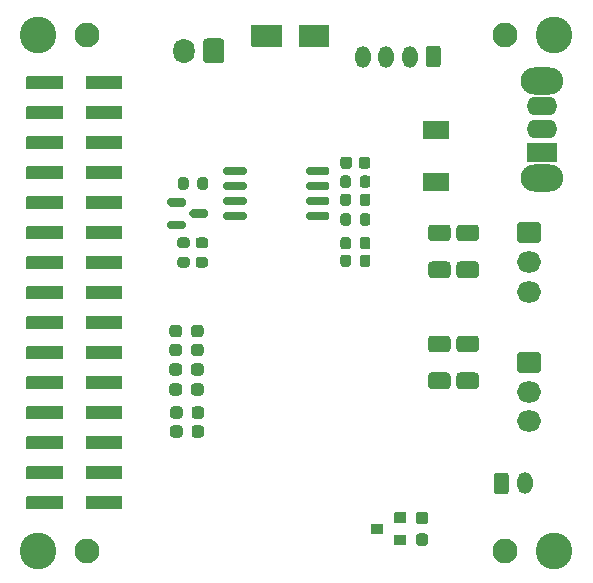
<source format=gts>
G04 #@! TF.GenerationSoftware,KiCad,Pcbnew,7.0.7-7.0.7~ubuntu23.04.1*
G04 #@! TF.CreationDate,2023-09-19T04:43:27+00:00*
G04 #@! TF.ProjectId,m5-pantilt,6d352d70-616e-4746-996c-742e6b696361,1*
G04 #@! TF.SameCoordinates,Original*
G04 #@! TF.FileFunction,Soldermask,Top*
G04 #@! TF.FilePolarity,Negative*
%FSLAX46Y46*%
G04 Gerber Fmt 4.6, Leading zero omitted, Abs format (unit mm)*
G04 Created by KiCad (PCBNEW 7.0.7-7.0.7~ubuntu23.04.1) date 2023-09-19 04:43:27*
%MOMM*%
%LPD*%
G01*
G04 APERTURE LIST*
%ADD10C,2.102000*%
%ADD11C,3.102000*%
%ADD12O,1.302000X1.852000*%
%ADD13O,1.802000X2.102000*%
%ADD14O,3.602000X2.302000*%
%ADD15O,2.602000X1.602000*%
%ADD16O,2.052000X1.802000*%
G04 APERTURE END LIST*
D10*
X107300000Y-96850000D03*
D11*
X103150000Y-96850000D03*
D10*
X142700000Y-96850000D03*
D11*
X146850000Y-96850000D03*
D10*
X142700000Y-53150000D03*
D11*
X146850000Y-53150000D03*
D10*
X107300000Y-53150000D03*
D11*
X103150000Y-53150000D03*
G36*
G01*
X137251000Y-54375000D02*
X137251000Y-55625000D01*
G75*
G02*
X136950000Y-55926000I-301000J0D01*
G01*
X136250000Y-55926000D01*
G75*
G02*
X135949000Y-55625000I0J301000D01*
G01*
X135949000Y-54375000D01*
G75*
G02*
X136250000Y-54074000I301000J0D01*
G01*
X136950000Y-54074000D01*
G75*
G02*
X137251000Y-54375000I0J-301000D01*
G01*
G37*
D12*
X134600000Y-55000000D03*
X132600000Y-55000000D03*
X130600000Y-55000000D03*
G36*
G01*
X141699000Y-91775000D02*
X141699000Y-90525000D01*
G75*
G02*
X142000000Y-90224000I301000J0D01*
G01*
X142700000Y-90224000D01*
G75*
G02*
X143001000Y-90525000I0J-301000D01*
G01*
X143001000Y-91775000D01*
G75*
G02*
X142700000Y-92076000I-301000J0D01*
G01*
X142000000Y-92076000D01*
G75*
G02*
X141699000Y-91775000I0J301000D01*
G01*
G37*
X144350000Y-91150000D03*
G36*
G01*
X117151000Y-81262500D02*
X117151000Y-81737500D01*
G75*
G02*
X116862500Y-82026000I-288500J0D01*
G01*
X116362500Y-82026000D01*
G75*
G02*
X116074000Y-81737500I0J288500D01*
G01*
X116074000Y-81262500D01*
G75*
G02*
X116362500Y-80974000I288500J0D01*
G01*
X116862500Y-80974000D01*
G75*
G02*
X117151000Y-81262500I0J-288500D01*
G01*
G37*
G36*
G01*
X115326000Y-81262500D02*
X115326000Y-81737500D01*
G75*
G02*
X115037500Y-82026000I-288500J0D01*
G01*
X114537500Y-82026000D01*
G75*
G02*
X114249000Y-81737500I0J288500D01*
G01*
X114249000Y-81262500D01*
G75*
G02*
X114537500Y-80974000I288500J0D01*
G01*
X115037500Y-80974000D01*
G75*
G02*
X115326000Y-81262500I0J-288500D01*
G01*
G37*
G36*
G01*
X117151000Y-82962500D02*
X117151000Y-83437500D01*
G75*
G02*
X116862500Y-83726000I-288500J0D01*
G01*
X116362500Y-83726000D01*
G75*
G02*
X116074000Y-83437500I0J288500D01*
G01*
X116074000Y-82962500D01*
G75*
G02*
X116362500Y-82674000I288500J0D01*
G01*
X116862500Y-82674000D01*
G75*
G02*
X117151000Y-82962500I0J-288500D01*
G01*
G37*
G36*
G01*
X115326000Y-82962500D02*
X115326000Y-83437500D01*
G75*
G02*
X115037500Y-83726000I-288500J0D01*
G01*
X114537500Y-83726000D01*
G75*
G02*
X114249000Y-83437500I0J288500D01*
G01*
X114249000Y-82962500D01*
G75*
G02*
X114537500Y-82674000I288500J0D01*
G01*
X115037500Y-82674000D01*
G75*
G02*
X115326000Y-82962500I0J-288500D01*
G01*
G37*
G36*
G01*
X118901000Y-53775000D02*
X118901000Y-55275000D01*
G75*
G02*
X118600000Y-55576000I-301000J0D01*
G01*
X117400000Y-55576000D01*
G75*
G02*
X117099000Y-55275000I0J301000D01*
G01*
X117099000Y-53775000D01*
G75*
G02*
X117400000Y-53474000I301000J0D01*
G01*
X118600000Y-53474000D01*
G75*
G02*
X118901000Y-53775000I0J-301000D01*
G01*
G37*
D13*
X115500000Y-54525000D03*
G36*
G01*
X140150000Y-73776000D02*
X138850000Y-73776000D01*
G75*
G02*
X138549000Y-73475000I0J301000D01*
G01*
X138549000Y-72650000D01*
G75*
G02*
X138850000Y-72349000I301000J0D01*
G01*
X140150000Y-72349000D01*
G75*
G02*
X140451000Y-72650000I0J-301000D01*
G01*
X140451000Y-73475000D01*
G75*
G02*
X140150000Y-73776000I-301000J0D01*
G01*
G37*
G36*
G01*
X140150000Y-70651000D02*
X138850000Y-70651000D01*
G75*
G02*
X138549000Y-70350000I0J301000D01*
G01*
X138549000Y-69525000D01*
G75*
G02*
X138850000Y-69224000I301000J0D01*
G01*
X140150000Y-69224000D01*
G75*
G02*
X140451000Y-69525000I0J-301000D01*
G01*
X140451000Y-70350000D01*
G75*
G02*
X140150000Y-70651000I-301000J0D01*
G01*
G37*
G36*
G01*
X136464000Y-69224000D02*
X137764000Y-69224000D01*
G75*
G02*
X138065000Y-69525000I0J-301000D01*
G01*
X138065000Y-70350000D01*
G75*
G02*
X137764000Y-70651000I-301000J0D01*
G01*
X136464000Y-70651000D01*
G75*
G02*
X136163000Y-70350000I0J301000D01*
G01*
X136163000Y-69525000D01*
G75*
G02*
X136464000Y-69224000I301000J0D01*
G01*
G37*
G36*
G01*
X136464000Y-72349000D02*
X137764000Y-72349000D01*
G75*
G02*
X138065000Y-72650000I0J-301000D01*
G01*
X138065000Y-73475000D01*
G75*
G02*
X137764000Y-73776000I-301000J0D01*
G01*
X136464000Y-73776000D01*
G75*
G02*
X136163000Y-73475000I0J301000D01*
G01*
X136163000Y-72650000D01*
G75*
G02*
X136464000Y-72349000I301000J0D01*
G01*
G37*
G36*
G01*
X136450000Y-78624000D02*
X137750000Y-78624000D01*
G75*
G02*
X138051000Y-78925000I0J-301000D01*
G01*
X138051000Y-79750000D01*
G75*
G02*
X137750000Y-80051000I-301000J0D01*
G01*
X136450000Y-80051000D01*
G75*
G02*
X136149000Y-79750000I0J301000D01*
G01*
X136149000Y-78925000D01*
G75*
G02*
X136450000Y-78624000I301000J0D01*
G01*
G37*
G36*
G01*
X136450000Y-81749000D02*
X137750000Y-81749000D01*
G75*
G02*
X138051000Y-82050000I0J-301000D01*
G01*
X138051000Y-82875000D01*
G75*
G02*
X137750000Y-83176000I-301000J0D01*
G01*
X136450000Y-83176000D01*
G75*
G02*
X136149000Y-82875000I0J301000D01*
G01*
X136149000Y-82050000D01*
G75*
G02*
X136450000Y-81749000I301000J0D01*
G01*
G37*
D14*
X145800000Y-65250000D03*
X145800000Y-57050000D03*
G36*
G01*
X147050000Y-63951000D02*
X144550000Y-63951000D01*
G75*
G02*
X144499000Y-63900000I0J51000D01*
G01*
X144499000Y-62400000D01*
G75*
G02*
X144550000Y-62349000I51000J0D01*
G01*
X147050000Y-62349000D01*
G75*
G02*
X147101000Y-62400000I0J-51000D01*
G01*
X147101000Y-63900000D01*
G75*
G02*
X147050000Y-63951000I-51000J0D01*
G01*
G37*
D15*
X145800000Y-61150000D03*
X145800000Y-59150000D03*
G36*
G01*
X134301000Y-95550000D02*
X134301000Y-96350000D01*
G75*
G02*
X134250000Y-96401000I-51000J0D01*
G01*
X133350000Y-96401000D01*
G75*
G02*
X133299000Y-96350000I0J51000D01*
G01*
X133299000Y-95550000D01*
G75*
G02*
X133350000Y-95499000I51000J0D01*
G01*
X134250000Y-95499000D01*
G75*
G02*
X134301000Y-95550000I0J-51000D01*
G01*
G37*
G36*
G01*
X134301000Y-93650000D02*
X134301000Y-94450000D01*
G75*
G02*
X134250000Y-94501000I-51000J0D01*
G01*
X133350000Y-94501000D01*
G75*
G02*
X133299000Y-94450000I0J51000D01*
G01*
X133299000Y-93650000D01*
G75*
G02*
X133350000Y-93599000I51000J0D01*
G01*
X134250000Y-93599000D01*
G75*
G02*
X134301000Y-93650000I0J-51000D01*
G01*
G37*
G36*
G01*
X132301000Y-94600000D02*
X132301000Y-95400000D01*
G75*
G02*
X132250000Y-95451000I-51000J0D01*
G01*
X131350000Y-95451000D01*
G75*
G02*
X131299000Y-95400000I0J51000D01*
G01*
X131299000Y-94600000D01*
G75*
G02*
X131350000Y-94549000I51000J0D01*
G01*
X132250000Y-94549000D01*
G75*
G02*
X132301000Y-94600000I0J-51000D01*
G01*
G37*
G36*
G01*
X135873700Y-96447200D02*
X135398700Y-96447200D01*
G75*
G02*
X135110200Y-96158700I0J288500D01*
G01*
X135110200Y-95658700D01*
G75*
G02*
X135398700Y-95370200I288500J0D01*
G01*
X135873700Y-95370200D01*
G75*
G02*
X136162200Y-95658700I0J-288500D01*
G01*
X136162200Y-96158700D01*
G75*
G02*
X135873700Y-96447200I-288500J0D01*
G01*
G37*
G36*
G01*
X135873700Y-94622200D02*
X135398700Y-94622200D01*
G75*
G02*
X135110200Y-94333700I0J288500D01*
G01*
X135110200Y-93833700D01*
G75*
G02*
X135398700Y-93545200I288500J0D01*
G01*
X135873700Y-93545200D01*
G75*
G02*
X136162200Y-93833700I0J-288500D01*
G01*
X136162200Y-94333700D01*
G75*
G02*
X135873700Y-94622200I-288500J0D01*
G01*
G37*
G36*
G01*
X117151000Y-78012500D02*
X117151000Y-78487500D01*
G75*
G02*
X116862500Y-78776000I-288500J0D01*
G01*
X116362500Y-78776000D01*
G75*
G02*
X116074000Y-78487500I0J288500D01*
G01*
X116074000Y-78012500D01*
G75*
G02*
X116362500Y-77724000I288500J0D01*
G01*
X116862500Y-77724000D01*
G75*
G02*
X117151000Y-78012500I0J-288500D01*
G01*
G37*
G36*
G01*
X115326000Y-78012500D02*
X115326000Y-78487500D01*
G75*
G02*
X115037500Y-78776000I-288500J0D01*
G01*
X114537500Y-78776000D01*
G75*
G02*
X114249000Y-78487500I0J288500D01*
G01*
X114249000Y-78012500D01*
G75*
G02*
X114537500Y-77724000I288500J0D01*
G01*
X115037500Y-77724000D01*
G75*
G02*
X115326000Y-78012500I0J-288500D01*
G01*
G37*
G36*
G01*
X117201000Y-84912500D02*
X117201000Y-85387500D01*
G75*
G02*
X116912500Y-85676000I-288500J0D01*
G01*
X116412500Y-85676000D01*
G75*
G02*
X116124000Y-85387500I0J288500D01*
G01*
X116124000Y-84912500D01*
G75*
G02*
X116412500Y-84624000I288500J0D01*
G01*
X116912500Y-84624000D01*
G75*
G02*
X117201000Y-84912500I0J-288500D01*
G01*
G37*
G36*
G01*
X115376000Y-84912500D02*
X115376000Y-85387500D01*
G75*
G02*
X115087500Y-85676000I-288500J0D01*
G01*
X114587500Y-85676000D01*
G75*
G02*
X114299000Y-85387500I0J288500D01*
G01*
X114299000Y-84912500D01*
G75*
G02*
X114587500Y-84624000I288500J0D01*
G01*
X115087500Y-84624000D01*
G75*
G02*
X115376000Y-84912500I0J-288500D01*
G01*
G37*
G36*
G01*
X117151000Y-79612500D02*
X117151000Y-80087500D01*
G75*
G02*
X116862500Y-80376000I-288500J0D01*
G01*
X116362500Y-80376000D01*
G75*
G02*
X116074000Y-80087500I0J288500D01*
G01*
X116074000Y-79612500D01*
G75*
G02*
X116362500Y-79324000I288500J0D01*
G01*
X116862500Y-79324000D01*
G75*
G02*
X117151000Y-79612500I0J-288500D01*
G01*
G37*
G36*
G01*
X115326000Y-79612500D02*
X115326000Y-80087500D01*
G75*
G02*
X115037500Y-80376000I-288500J0D01*
G01*
X114537500Y-80376000D01*
G75*
G02*
X114249000Y-80087500I0J288500D01*
G01*
X114249000Y-79612500D01*
G75*
G02*
X114537500Y-79324000I288500J0D01*
G01*
X115037500Y-79324000D01*
G75*
G02*
X115326000Y-79612500I0J-288500D01*
G01*
G37*
G36*
G01*
X117201000Y-86512500D02*
X117201000Y-86987500D01*
G75*
G02*
X116912500Y-87276000I-288500J0D01*
G01*
X116412500Y-87276000D01*
G75*
G02*
X116124000Y-86987500I0J288500D01*
G01*
X116124000Y-86512500D01*
G75*
G02*
X116412500Y-86224000I288500J0D01*
G01*
X116912500Y-86224000D01*
G75*
G02*
X117201000Y-86512500I0J-288500D01*
G01*
G37*
G36*
G01*
X115376000Y-86512500D02*
X115376000Y-86987500D01*
G75*
G02*
X115087500Y-87276000I-288500J0D01*
G01*
X114587500Y-87276000D01*
G75*
G02*
X114299000Y-86987500I0J288500D01*
G01*
X114299000Y-86512500D01*
G75*
G02*
X114587500Y-86224000I288500J0D01*
G01*
X115087500Y-86224000D01*
G75*
G02*
X115376000Y-86512500I0J-288500D01*
G01*
G37*
G36*
G01*
X128724000Y-72575000D02*
X128724000Y-72025000D01*
G75*
G02*
X128975000Y-71774000I251000J0D01*
G01*
X129375000Y-71774000D01*
G75*
G02*
X129626000Y-72025000I0J-251000D01*
G01*
X129626000Y-72575000D01*
G75*
G02*
X129375000Y-72826000I-251000J0D01*
G01*
X128975000Y-72826000D01*
G75*
G02*
X128724000Y-72575000I0J251000D01*
G01*
G37*
G36*
G01*
X130374000Y-72575000D02*
X130374000Y-72025000D01*
G75*
G02*
X130625000Y-71774000I251000J0D01*
G01*
X131025000Y-71774000D01*
G75*
G02*
X131276000Y-72025000I0J-251000D01*
G01*
X131276000Y-72575000D01*
G75*
G02*
X131025000Y-72826000I-251000J0D01*
G01*
X130625000Y-72826000D01*
G75*
G02*
X130374000Y-72575000I0J251000D01*
G01*
G37*
G36*
G01*
X131276000Y-70525000D02*
X131276000Y-71075000D01*
G75*
G02*
X131025000Y-71326000I-251000J0D01*
G01*
X130625000Y-71326000D01*
G75*
G02*
X130374000Y-71075000I0J251000D01*
G01*
X130374000Y-70525000D01*
G75*
G02*
X130625000Y-70274000I251000J0D01*
G01*
X131025000Y-70274000D01*
G75*
G02*
X131276000Y-70525000I0J-251000D01*
G01*
G37*
G36*
G01*
X129626000Y-70525000D02*
X129626000Y-71075000D01*
G75*
G02*
X129375000Y-71326000I-251000J0D01*
G01*
X128975000Y-71326000D01*
G75*
G02*
X128724000Y-71075000I0J251000D01*
G01*
X128724000Y-70525000D01*
G75*
G02*
X128975000Y-70274000I251000J0D01*
G01*
X129375000Y-70274000D01*
G75*
G02*
X129626000Y-70525000I0J-251000D01*
G01*
G37*
G36*
G01*
X138850000Y-78624000D02*
X140150000Y-78624000D01*
G75*
G02*
X140451000Y-78925000I0J-301000D01*
G01*
X140451000Y-79750000D01*
G75*
G02*
X140150000Y-80051000I-301000J0D01*
G01*
X138850000Y-80051000D01*
G75*
G02*
X138549000Y-79750000I0J301000D01*
G01*
X138549000Y-78925000D01*
G75*
G02*
X138850000Y-78624000I301000J0D01*
G01*
G37*
G36*
G01*
X138850000Y-81749000D02*
X140150000Y-81749000D01*
G75*
G02*
X140451000Y-82050000I0J-301000D01*
G01*
X140451000Y-82875000D01*
G75*
G02*
X140150000Y-83176000I-301000J0D01*
G01*
X138850000Y-83176000D01*
G75*
G02*
X138549000Y-82875000I0J301000D01*
G01*
X138549000Y-82050000D01*
G75*
G02*
X138850000Y-81749000I301000J0D01*
G01*
G37*
G36*
G01*
X143975000Y-68999000D02*
X145425000Y-68999000D01*
G75*
G02*
X145726000Y-69300000I0J-301000D01*
G01*
X145726000Y-70500000D01*
G75*
G02*
X145425000Y-70801000I-301000J0D01*
G01*
X143975000Y-70801000D01*
G75*
G02*
X143674000Y-70500000I0J301000D01*
G01*
X143674000Y-69300000D01*
G75*
G02*
X143975000Y-68999000I301000J0D01*
G01*
G37*
D16*
X144700000Y-72400000D03*
X144700000Y-74900000D03*
G36*
G01*
X117526000Y-65475000D02*
X117526000Y-66025000D01*
G75*
G02*
X117275000Y-66276000I-251000J0D01*
G01*
X116875000Y-66276000D01*
G75*
G02*
X116624000Y-66025000I0J251000D01*
G01*
X116624000Y-65475000D01*
G75*
G02*
X116875000Y-65224000I251000J0D01*
G01*
X117275000Y-65224000D01*
G75*
G02*
X117526000Y-65475000I0J-251000D01*
G01*
G37*
G36*
G01*
X115876000Y-65475000D02*
X115876000Y-66025000D01*
G75*
G02*
X115625000Y-66276000I-251000J0D01*
G01*
X115225000Y-66276000D01*
G75*
G02*
X114974000Y-66025000I0J251000D01*
G01*
X114974000Y-65475000D01*
G75*
G02*
X115225000Y-65224000I251000J0D01*
G01*
X115625000Y-65224000D01*
G75*
G02*
X115876000Y-65475000I0J-251000D01*
G01*
G37*
G36*
G01*
X143975000Y-79999000D02*
X145425000Y-79999000D01*
G75*
G02*
X145726000Y-80300000I0J-301000D01*
G01*
X145726000Y-81500000D01*
G75*
G02*
X145425000Y-81801000I-301000J0D01*
G01*
X143975000Y-81801000D01*
G75*
G02*
X143674000Y-81500000I0J301000D01*
G01*
X143674000Y-80300000D01*
G75*
G02*
X143975000Y-79999000I301000J0D01*
G01*
G37*
X144700000Y-83400000D03*
X144700000Y-85900000D03*
G36*
G01*
X131266000Y-65325000D02*
X131266000Y-65875000D01*
G75*
G02*
X131015000Y-66126000I-251000J0D01*
G01*
X130615000Y-66126000D01*
G75*
G02*
X130364000Y-65875000I0J251000D01*
G01*
X130364000Y-65325000D01*
G75*
G02*
X130615000Y-65074000I251000J0D01*
G01*
X131015000Y-65074000D01*
G75*
G02*
X131266000Y-65325000I0J-251000D01*
G01*
G37*
G36*
G01*
X129616000Y-65325000D02*
X129616000Y-65875000D01*
G75*
G02*
X129365000Y-66126000I-251000J0D01*
G01*
X128965000Y-66126000D01*
G75*
G02*
X128714000Y-65875000I0J251000D01*
G01*
X128714000Y-65325000D01*
G75*
G02*
X128965000Y-65074000I251000J0D01*
G01*
X129365000Y-65074000D01*
G75*
G02*
X129616000Y-65325000I0J-251000D01*
G01*
G37*
G36*
G01*
X128724000Y-64250000D02*
X128724000Y-63750000D01*
G75*
G02*
X129000000Y-63474000I276000J0D01*
G01*
X129450000Y-63474000D01*
G75*
G02*
X129726000Y-63750000I0J-276000D01*
G01*
X129726000Y-64250000D01*
G75*
G02*
X129450000Y-64526000I-276000J0D01*
G01*
X129000000Y-64526000D01*
G75*
G02*
X128724000Y-64250000I0J276000D01*
G01*
G37*
G36*
G01*
X130274000Y-64250000D02*
X130274000Y-63750000D01*
G75*
G02*
X130550000Y-63474000I276000J0D01*
G01*
X131000000Y-63474000D01*
G75*
G02*
X131276000Y-63750000I0J-276000D01*
G01*
X131276000Y-64250000D01*
G75*
G02*
X131000000Y-64526000I-276000J0D01*
G01*
X130550000Y-64526000D01*
G75*
G02*
X130274000Y-64250000I0J276000D01*
G01*
G37*
G36*
G01*
X107169000Y-57720000D02*
X107169000Y-56720000D01*
G75*
G02*
X107220000Y-56669000I51000J0D01*
G01*
X110220000Y-56669000D01*
G75*
G02*
X110271000Y-56720000I0J-51000D01*
G01*
X110271000Y-57720000D01*
G75*
G02*
X110220000Y-57771000I-51000J0D01*
G01*
X107220000Y-57771000D01*
G75*
G02*
X107169000Y-57720000I0J51000D01*
G01*
G37*
G36*
G01*
X102129000Y-57720000D02*
X102129000Y-56720000D01*
G75*
G02*
X102180000Y-56669000I51000J0D01*
G01*
X105180000Y-56669000D01*
G75*
G02*
X105231000Y-56720000I0J-51000D01*
G01*
X105231000Y-57720000D01*
G75*
G02*
X105180000Y-57771000I-51000J0D01*
G01*
X102180000Y-57771000D01*
G75*
G02*
X102129000Y-57720000I0J51000D01*
G01*
G37*
G36*
G01*
X107169000Y-60260000D02*
X107169000Y-59260000D01*
G75*
G02*
X107220000Y-59209000I51000J0D01*
G01*
X110220000Y-59209000D01*
G75*
G02*
X110271000Y-59260000I0J-51000D01*
G01*
X110271000Y-60260000D01*
G75*
G02*
X110220000Y-60311000I-51000J0D01*
G01*
X107220000Y-60311000D01*
G75*
G02*
X107169000Y-60260000I0J51000D01*
G01*
G37*
G36*
G01*
X102129000Y-60260000D02*
X102129000Y-59260000D01*
G75*
G02*
X102180000Y-59209000I51000J0D01*
G01*
X105180000Y-59209000D01*
G75*
G02*
X105231000Y-59260000I0J-51000D01*
G01*
X105231000Y-60260000D01*
G75*
G02*
X105180000Y-60311000I-51000J0D01*
G01*
X102180000Y-60311000D01*
G75*
G02*
X102129000Y-60260000I0J51000D01*
G01*
G37*
G36*
G01*
X107169000Y-62800000D02*
X107169000Y-61800000D01*
G75*
G02*
X107220000Y-61749000I51000J0D01*
G01*
X110220000Y-61749000D01*
G75*
G02*
X110271000Y-61800000I0J-51000D01*
G01*
X110271000Y-62800000D01*
G75*
G02*
X110220000Y-62851000I-51000J0D01*
G01*
X107220000Y-62851000D01*
G75*
G02*
X107169000Y-62800000I0J51000D01*
G01*
G37*
G36*
G01*
X102129000Y-62800000D02*
X102129000Y-61800000D01*
G75*
G02*
X102180000Y-61749000I51000J0D01*
G01*
X105180000Y-61749000D01*
G75*
G02*
X105231000Y-61800000I0J-51000D01*
G01*
X105231000Y-62800000D01*
G75*
G02*
X105180000Y-62851000I-51000J0D01*
G01*
X102180000Y-62851000D01*
G75*
G02*
X102129000Y-62800000I0J51000D01*
G01*
G37*
G36*
G01*
X107169000Y-65340000D02*
X107169000Y-64340000D01*
G75*
G02*
X107220000Y-64289000I51000J0D01*
G01*
X110220000Y-64289000D01*
G75*
G02*
X110271000Y-64340000I0J-51000D01*
G01*
X110271000Y-65340000D01*
G75*
G02*
X110220000Y-65391000I-51000J0D01*
G01*
X107220000Y-65391000D01*
G75*
G02*
X107169000Y-65340000I0J51000D01*
G01*
G37*
G36*
G01*
X102129000Y-65340000D02*
X102129000Y-64340000D01*
G75*
G02*
X102180000Y-64289000I51000J0D01*
G01*
X105180000Y-64289000D01*
G75*
G02*
X105231000Y-64340000I0J-51000D01*
G01*
X105231000Y-65340000D01*
G75*
G02*
X105180000Y-65391000I-51000J0D01*
G01*
X102180000Y-65391000D01*
G75*
G02*
X102129000Y-65340000I0J51000D01*
G01*
G37*
G36*
G01*
X107169000Y-67880000D02*
X107169000Y-66880000D01*
G75*
G02*
X107220000Y-66829000I51000J0D01*
G01*
X110220000Y-66829000D01*
G75*
G02*
X110271000Y-66880000I0J-51000D01*
G01*
X110271000Y-67880000D01*
G75*
G02*
X110220000Y-67931000I-51000J0D01*
G01*
X107220000Y-67931000D01*
G75*
G02*
X107169000Y-67880000I0J51000D01*
G01*
G37*
G36*
G01*
X102129000Y-67880000D02*
X102129000Y-66880000D01*
G75*
G02*
X102180000Y-66829000I51000J0D01*
G01*
X105180000Y-66829000D01*
G75*
G02*
X105231000Y-66880000I0J-51000D01*
G01*
X105231000Y-67880000D01*
G75*
G02*
X105180000Y-67931000I-51000J0D01*
G01*
X102180000Y-67931000D01*
G75*
G02*
X102129000Y-67880000I0J51000D01*
G01*
G37*
G36*
G01*
X107169000Y-70420000D02*
X107169000Y-69420000D01*
G75*
G02*
X107220000Y-69369000I51000J0D01*
G01*
X110220000Y-69369000D01*
G75*
G02*
X110271000Y-69420000I0J-51000D01*
G01*
X110271000Y-70420000D01*
G75*
G02*
X110220000Y-70471000I-51000J0D01*
G01*
X107220000Y-70471000D01*
G75*
G02*
X107169000Y-70420000I0J51000D01*
G01*
G37*
G36*
G01*
X102129000Y-70420000D02*
X102129000Y-69420000D01*
G75*
G02*
X102180000Y-69369000I51000J0D01*
G01*
X105180000Y-69369000D01*
G75*
G02*
X105231000Y-69420000I0J-51000D01*
G01*
X105231000Y-70420000D01*
G75*
G02*
X105180000Y-70471000I-51000J0D01*
G01*
X102180000Y-70471000D01*
G75*
G02*
X102129000Y-70420000I0J51000D01*
G01*
G37*
G36*
G01*
X107169000Y-72960000D02*
X107169000Y-71960000D01*
G75*
G02*
X107220000Y-71909000I51000J0D01*
G01*
X110220000Y-71909000D01*
G75*
G02*
X110271000Y-71960000I0J-51000D01*
G01*
X110271000Y-72960000D01*
G75*
G02*
X110220000Y-73011000I-51000J0D01*
G01*
X107220000Y-73011000D01*
G75*
G02*
X107169000Y-72960000I0J51000D01*
G01*
G37*
G36*
G01*
X102129000Y-72960000D02*
X102129000Y-71960000D01*
G75*
G02*
X102180000Y-71909000I51000J0D01*
G01*
X105180000Y-71909000D01*
G75*
G02*
X105231000Y-71960000I0J-51000D01*
G01*
X105231000Y-72960000D01*
G75*
G02*
X105180000Y-73011000I-51000J0D01*
G01*
X102180000Y-73011000D01*
G75*
G02*
X102129000Y-72960000I0J51000D01*
G01*
G37*
G36*
G01*
X107169000Y-75500000D02*
X107169000Y-74500000D01*
G75*
G02*
X107220000Y-74449000I51000J0D01*
G01*
X110220000Y-74449000D01*
G75*
G02*
X110271000Y-74500000I0J-51000D01*
G01*
X110271000Y-75500000D01*
G75*
G02*
X110220000Y-75551000I-51000J0D01*
G01*
X107220000Y-75551000D01*
G75*
G02*
X107169000Y-75500000I0J51000D01*
G01*
G37*
G36*
G01*
X102129000Y-75500000D02*
X102129000Y-74500000D01*
G75*
G02*
X102180000Y-74449000I51000J0D01*
G01*
X105180000Y-74449000D01*
G75*
G02*
X105231000Y-74500000I0J-51000D01*
G01*
X105231000Y-75500000D01*
G75*
G02*
X105180000Y-75551000I-51000J0D01*
G01*
X102180000Y-75551000D01*
G75*
G02*
X102129000Y-75500000I0J51000D01*
G01*
G37*
G36*
G01*
X107169000Y-78040000D02*
X107169000Y-77040000D01*
G75*
G02*
X107220000Y-76989000I51000J0D01*
G01*
X110220000Y-76989000D01*
G75*
G02*
X110271000Y-77040000I0J-51000D01*
G01*
X110271000Y-78040000D01*
G75*
G02*
X110220000Y-78091000I-51000J0D01*
G01*
X107220000Y-78091000D01*
G75*
G02*
X107169000Y-78040000I0J51000D01*
G01*
G37*
G36*
G01*
X102129000Y-78040000D02*
X102129000Y-77040000D01*
G75*
G02*
X102180000Y-76989000I51000J0D01*
G01*
X105180000Y-76989000D01*
G75*
G02*
X105231000Y-77040000I0J-51000D01*
G01*
X105231000Y-78040000D01*
G75*
G02*
X105180000Y-78091000I-51000J0D01*
G01*
X102180000Y-78091000D01*
G75*
G02*
X102129000Y-78040000I0J51000D01*
G01*
G37*
G36*
G01*
X107169000Y-80580000D02*
X107169000Y-79580000D01*
G75*
G02*
X107220000Y-79529000I51000J0D01*
G01*
X110220000Y-79529000D01*
G75*
G02*
X110271000Y-79580000I0J-51000D01*
G01*
X110271000Y-80580000D01*
G75*
G02*
X110220000Y-80631000I-51000J0D01*
G01*
X107220000Y-80631000D01*
G75*
G02*
X107169000Y-80580000I0J51000D01*
G01*
G37*
G36*
G01*
X102129000Y-80580000D02*
X102129000Y-79580000D01*
G75*
G02*
X102180000Y-79529000I51000J0D01*
G01*
X105180000Y-79529000D01*
G75*
G02*
X105231000Y-79580000I0J-51000D01*
G01*
X105231000Y-80580000D01*
G75*
G02*
X105180000Y-80631000I-51000J0D01*
G01*
X102180000Y-80631000D01*
G75*
G02*
X102129000Y-80580000I0J51000D01*
G01*
G37*
G36*
G01*
X107169000Y-83120000D02*
X107169000Y-82120000D01*
G75*
G02*
X107220000Y-82069000I51000J0D01*
G01*
X110220000Y-82069000D01*
G75*
G02*
X110271000Y-82120000I0J-51000D01*
G01*
X110271000Y-83120000D01*
G75*
G02*
X110220000Y-83171000I-51000J0D01*
G01*
X107220000Y-83171000D01*
G75*
G02*
X107169000Y-83120000I0J51000D01*
G01*
G37*
G36*
G01*
X102129000Y-83120000D02*
X102129000Y-82120000D01*
G75*
G02*
X102180000Y-82069000I51000J0D01*
G01*
X105180000Y-82069000D01*
G75*
G02*
X105231000Y-82120000I0J-51000D01*
G01*
X105231000Y-83120000D01*
G75*
G02*
X105180000Y-83171000I-51000J0D01*
G01*
X102180000Y-83171000D01*
G75*
G02*
X102129000Y-83120000I0J51000D01*
G01*
G37*
G36*
G01*
X107169000Y-85660000D02*
X107169000Y-84660000D01*
G75*
G02*
X107220000Y-84609000I51000J0D01*
G01*
X110220000Y-84609000D01*
G75*
G02*
X110271000Y-84660000I0J-51000D01*
G01*
X110271000Y-85660000D01*
G75*
G02*
X110220000Y-85711000I-51000J0D01*
G01*
X107220000Y-85711000D01*
G75*
G02*
X107169000Y-85660000I0J51000D01*
G01*
G37*
G36*
G01*
X102129000Y-85660000D02*
X102129000Y-84660000D01*
G75*
G02*
X102180000Y-84609000I51000J0D01*
G01*
X105180000Y-84609000D01*
G75*
G02*
X105231000Y-84660000I0J-51000D01*
G01*
X105231000Y-85660000D01*
G75*
G02*
X105180000Y-85711000I-51000J0D01*
G01*
X102180000Y-85711000D01*
G75*
G02*
X102129000Y-85660000I0J51000D01*
G01*
G37*
G36*
G01*
X107169000Y-88200000D02*
X107169000Y-87200000D01*
G75*
G02*
X107220000Y-87149000I51000J0D01*
G01*
X110220000Y-87149000D01*
G75*
G02*
X110271000Y-87200000I0J-51000D01*
G01*
X110271000Y-88200000D01*
G75*
G02*
X110220000Y-88251000I-51000J0D01*
G01*
X107220000Y-88251000D01*
G75*
G02*
X107169000Y-88200000I0J51000D01*
G01*
G37*
G36*
G01*
X102129000Y-88200000D02*
X102129000Y-87200000D01*
G75*
G02*
X102180000Y-87149000I51000J0D01*
G01*
X105180000Y-87149000D01*
G75*
G02*
X105231000Y-87200000I0J-51000D01*
G01*
X105231000Y-88200000D01*
G75*
G02*
X105180000Y-88251000I-51000J0D01*
G01*
X102180000Y-88251000D01*
G75*
G02*
X102129000Y-88200000I0J51000D01*
G01*
G37*
G36*
G01*
X107169000Y-90740000D02*
X107169000Y-89740000D01*
G75*
G02*
X107220000Y-89689000I51000J0D01*
G01*
X110220000Y-89689000D01*
G75*
G02*
X110271000Y-89740000I0J-51000D01*
G01*
X110271000Y-90740000D01*
G75*
G02*
X110220000Y-90791000I-51000J0D01*
G01*
X107220000Y-90791000D01*
G75*
G02*
X107169000Y-90740000I0J51000D01*
G01*
G37*
G36*
G01*
X102129000Y-90740000D02*
X102129000Y-89740000D01*
G75*
G02*
X102180000Y-89689000I51000J0D01*
G01*
X105180000Y-89689000D01*
G75*
G02*
X105231000Y-89740000I0J-51000D01*
G01*
X105231000Y-90740000D01*
G75*
G02*
X105180000Y-90791000I-51000J0D01*
G01*
X102180000Y-90791000D01*
G75*
G02*
X102129000Y-90740000I0J51000D01*
G01*
G37*
G36*
G01*
X107169000Y-93280000D02*
X107169000Y-92280000D01*
G75*
G02*
X107220000Y-92229000I51000J0D01*
G01*
X110220000Y-92229000D01*
G75*
G02*
X110271000Y-92280000I0J-51000D01*
G01*
X110271000Y-93280000D01*
G75*
G02*
X110220000Y-93331000I-51000J0D01*
G01*
X107220000Y-93331000D01*
G75*
G02*
X107169000Y-93280000I0J51000D01*
G01*
G37*
G36*
G01*
X102129000Y-93280000D02*
X102129000Y-92280000D01*
G75*
G02*
X102180000Y-92229000I51000J0D01*
G01*
X105180000Y-92229000D01*
G75*
G02*
X105231000Y-92280000I0J-51000D01*
G01*
X105231000Y-93280000D01*
G75*
G02*
X105180000Y-93331000I-51000J0D01*
G01*
X102180000Y-93331000D01*
G75*
G02*
X102129000Y-93280000I0J51000D01*
G01*
G37*
G36*
G01*
X127801000Y-52350000D02*
X127801000Y-54150000D01*
G75*
G02*
X127750000Y-54201000I-51000J0D01*
G01*
X125250000Y-54201000D01*
G75*
G02*
X125199000Y-54150000I0J51000D01*
G01*
X125199000Y-52350000D01*
G75*
G02*
X125250000Y-52299000I51000J0D01*
G01*
X127750000Y-52299000D01*
G75*
G02*
X127801000Y-52350000I0J-51000D01*
G01*
G37*
G36*
G01*
X123801000Y-52350000D02*
X123801000Y-54150000D01*
G75*
G02*
X123750000Y-54201000I-51000J0D01*
G01*
X121250000Y-54201000D01*
G75*
G02*
X121199000Y-54150000I0J51000D01*
G01*
X121199000Y-52350000D01*
G75*
G02*
X121250000Y-52299000I51000J0D01*
G01*
X123750000Y-52299000D01*
G75*
G02*
X123801000Y-52350000I0J-51000D01*
G01*
G37*
G36*
G01*
X114074000Y-67500000D02*
X114074000Y-67200000D01*
G75*
G02*
X114275000Y-66999000I201000J0D01*
G01*
X115450000Y-66999000D01*
G75*
G02*
X115651000Y-67200000I0J-201000D01*
G01*
X115651000Y-67500000D01*
G75*
G02*
X115450000Y-67701000I-201000J0D01*
G01*
X114275000Y-67701000D01*
G75*
G02*
X114074000Y-67500000I0J201000D01*
G01*
G37*
G36*
G01*
X114074000Y-69400000D02*
X114074000Y-69100000D01*
G75*
G02*
X114275000Y-68899000I201000J0D01*
G01*
X115450000Y-68899000D01*
G75*
G02*
X115651000Y-69100000I0J-201000D01*
G01*
X115651000Y-69400000D01*
G75*
G02*
X115450000Y-69601000I-201000J0D01*
G01*
X114275000Y-69601000D01*
G75*
G02*
X114074000Y-69400000I0J201000D01*
G01*
G37*
G36*
G01*
X115949000Y-68450000D02*
X115949000Y-68150000D01*
G75*
G02*
X116150000Y-67949000I201000J0D01*
G01*
X117325000Y-67949000D01*
G75*
G02*
X117526000Y-68150000I0J-201000D01*
G01*
X117526000Y-68450000D01*
G75*
G02*
X117325000Y-68651000I-201000J0D01*
G01*
X116150000Y-68651000D01*
G75*
G02*
X115949000Y-68450000I0J201000D01*
G01*
G37*
G36*
G01*
X131276000Y-68525000D02*
X131276000Y-69075000D01*
G75*
G02*
X131025000Y-69326000I-251000J0D01*
G01*
X130625000Y-69326000D01*
G75*
G02*
X130374000Y-69075000I0J251000D01*
G01*
X130374000Y-68525000D01*
G75*
G02*
X130625000Y-68274000I251000J0D01*
G01*
X131025000Y-68274000D01*
G75*
G02*
X131276000Y-68525000I0J-251000D01*
G01*
G37*
G36*
G01*
X129626000Y-68525000D02*
X129626000Y-69075000D01*
G75*
G02*
X129375000Y-69326000I-251000J0D01*
G01*
X128975000Y-69326000D01*
G75*
G02*
X128724000Y-69075000I0J251000D01*
G01*
X128724000Y-68525000D01*
G75*
G02*
X128975000Y-68274000I251000J0D01*
G01*
X129375000Y-68274000D01*
G75*
G02*
X129626000Y-68525000I0J-251000D01*
G01*
G37*
G36*
G01*
X118799000Y-64845000D02*
X118799000Y-64545000D01*
G75*
G02*
X119000000Y-64344000I201000J0D01*
G01*
X120600000Y-64344000D01*
G75*
G02*
X120801000Y-64545000I0J-201000D01*
G01*
X120801000Y-64845000D01*
G75*
G02*
X120600000Y-65046000I-201000J0D01*
G01*
X119000000Y-65046000D01*
G75*
G02*
X118799000Y-64845000I0J201000D01*
G01*
G37*
G36*
G01*
X118799000Y-66115000D02*
X118799000Y-65815000D01*
G75*
G02*
X119000000Y-65614000I201000J0D01*
G01*
X120600000Y-65614000D01*
G75*
G02*
X120801000Y-65815000I0J-201000D01*
G01*
X120801000Y-66115000D01*
G75*
G02*
X120600000Y-66316000I-201000J0D01*
G01*
X119000000Y-66316000D01*
G75*
G02*
X118799000Y-66115000I0J201000D01*
G01*
G37*
G36*
G01*
X118799000Y-67385000D02*
X118799000Y-67085000D01*
G75*
G02*
X119000000Y-66884000I201000J0D01*
G01*
X120600000Y-66884000D01*
G75*
G02*
X120801000Y-67085000I0J-201000D01*
G01*
X120801000Y-67385000D01*
G75*
G02*
X120600000Y-67586000I-201000J0D01*
G01*
X119000000Y-67586000D01*
G75*
G02*
X118799000Y-67385000I0J201000D01*
G01*
G37*
G36*
G01*
X118799000Y-68655000D02*
X118799000Y-68355000D01*
G75*
G02*
X119000000Y-68154000I201000J0D01*
G01*
X120600000Y-68154000D01*
G75*
G02*
X120801000Y-68355000I0J-201000D01*
G01*
X120801000Y-68655000D01*
G75*
G02*
X120600000Y-68856000I-201000J0D01*
G01*
X119000000Y-68856000D01*
G75*
G02*
X118799000Y-68655000I0J201000D01*
G01*
G37*
G36*
G01*
X125799000Y-68655000D02*
X125799000Y-68355000D01*
G75*
G02*
X126000000Y-68154000I201000J0D01*
G01*
X127600000Y-68154000D01*
G75*
G02*
X127801000Y-68355000I0J-201000D01*
G01*
X127801000Y-68655000D01*
G75*
G02*
X127600000Y-68856000I-201000J0D01*
G01*
X126000000Y-68856000D01*
G75*
G02*
X125799000Y-68655000I0J201000D01*
G01*
G37*
G36*
G01*
X125799000Y-67385000D02*
X125799000Y-67085000D01*
G75*
G02*
X126000000Y-66884000I201000J0D01*
G01*
X127600000Y-66884000D01*
G75*
G02*
X127801000Y-67085000I0J-201000D01*
G01*
X127801000Y-67385000D01*
G75*
G02*
X127600000Y-67586000I-201000J0D01*
G01*
X126000000Y-67586000D01*
G75*
G02*
X125799000Y-67385000I0J201000D01*
G01*
G37*
G36*
G01*
X125799000Y-66115000D02*
X125799000Y-65815000D01*
G75*
G02*
X126000000Y-65614000I201000J0D01*
G01*
X127600000Y-65614000D01*
G75*
G02*
X127801000Y-65815000I0J-201000D01*
G01*
X127801000Y-66115000D01*
G75*
G02*
X127600000Y-66316000I-201000J0D01*
G01*
X126000000Y-66316000D01*
G75*
G02*
X125799000Y-66115000I0J201000D01*
G01*
G37*
G36*
G01*
X125799000Y-64845000D02*
X125799000Y-64545000D01*
G75*
G02*
X126000000Y-64344000I201000J0D01*
G01*
X127600000Y-64344000D01*
G75*
G02*
X127801000Y-64545000I0J-201000D01*
G01*
X127801000Y-64845000D01*
G75*
G02*
X127600000Y-65046000I-201000J0D01*
G01*
X126000000Y-65046000D01*
G75*
G02*
X125799000Y-64845000I0J201000D01*
G01*
G37*
G36*
G01*
X117275000Y-72876000D02*
X116725000Y-72876000D01*
G75*
G02*
X116474000Y-72625000I0J251000D01*
G01*
X116474000Y-72225000D01*
G75*
G02*
X116725000Y-71974000I251000J0D01*
G01*
X117275000Y-71974000D01*
G75*
G02*
X117526000Y-72225000I0J-251000D01*
G01*
X117526000Y-72625000D01*
G75*
G02*
X117275000Y-72876000I-251000J0D01*
G01*
G37*
G36*
G01*
X117275000Y-71226000D02*
X116725000Y-71226000D01*
G75*
G02*
X116474000Y-70975000I0J251000D01*
G01*
X116474000Y-70575000D01*
G75*
G02*
X116725000Y-70324000I251000J0D01*
G01*
X117275000Y-70324000D01*
G75*
G02*
X117526000Y-70575000I0J-251000D01*
G01*
X117526000Y-70975000D01*
G75*
G02*
X117275000Y-71226000I-251000J0D01*
G01*
G37*
G36*
G01*
X131276000Y-66865000D02*
X131276000Y-67415000D01*
G75*
G02*
X131025000Y-67666000I-251000J0D01*
G01*
X130625000Y-67666000D01*
G75*
G02*
X130374000Y-67415000I0J251000D01*
G01*
X130374000Y-66865000D01*
G75*
G02*
X130625000Y-66614000I251000J0D01*
G01*
X131025000Y-66614000D01*
G75*
G02*
X131276000Y-66865000I0J-251000D01*
G01*
G37*
G36*
G01*
X129626000Y-66865000D02*
X129626000Y-67415000D01*
G75*
G02*
X129375000Y-67666000I-251000J0D01*
G01*
X128975000Y-67666000D01*
G75*
G02*
X128724000Y-67415000I0J251000D01*
G01*
X128724000Y-66865000D01*
G75*
G02*
X128975000Y-66614000I251000J0D01*
G01*
X129375000Y-66614000D01*
G75*
G02*
X129626000Y-66865000I0J-251000D01*
G01*
G37*
G36*
G01*
X115175000Y-70324000D02*
X115725000Y-70324000D01*
G75*
G02*
X115976000Y-70575000I0J-251000D01*
G01*
X115976000Y-70975000D01*
G75*
G02*
X115725000Y-71226000I-251000J0D01*
G01*
X115175000Y-71226000D01*
G75*
G02*
X114924000Y-70975000I0J251000D01*
G01*
X114924000Y-70575000D01*
G75*
G02*
X115175000Y-70324000I251000J0D01*
G01*
G37*
G36*
G01*
X115175000Y-71974000D02*
X115725000Y-71974000D01*
G75*
G02*
X115976000Y-72225000I0J-251000D01*
G01*
X115976000Y-72625000D01*
G75*
G02*
X115725000Y-72876000I-251000J0D01*
G01*
X115175000Y-72876000D01*
G75*
G02*
X114924000Y-72625000I0J251000D01*
G01*
X114924000Y-72225000D01*
G75*
G02*
X115175000Y-71974000I251000J0D01*
G01*
G37*
G36*
G01*
X137880000Y-66375000D02*
X135780000Y-66375000D01*
G75*
G02*
X135729000Y-66324000I0J51000D01*
G01*
X135729000Y-64924000D01*
G75*
G02*
X135780000Y-64873000I51000J0D01*
G01*
X137880000Y-64873000D01*
G75*
G02*
X137931000Y-64924000I0J-51000D01*
G01*
X137931000Y-66324000D01*
G75*
G02*
X137880000Y-66375000I-51000J0D01*
G01*
G37*
G36*
G01*
X137880000Y-61975000D02*
X135780000Y-61975000D01*
G75*
G02*
X135729000Y-61924000I0J51000D01*
G01*
X135729000Y-60524000D01*
G75*
G02*
X135780000Y-60473000I51000J0D01*
G01*
X137880000Y-60473000D01*
G75*
G02*
X137931000Y-60524000I0J-51000D01*
G01*
X137931000Y-61924000D01*
G75*
G02*
X137880000Y-61975000I-51000J0D01*
G01*
G37*
M02*

</source>
